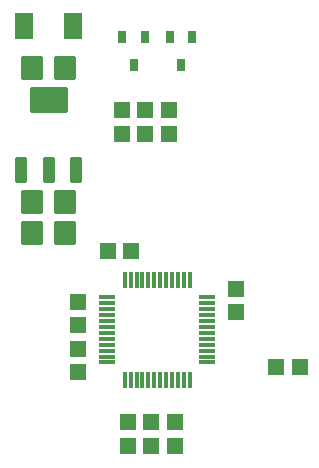
<source format=gtp>
G04*
G04 #@! TF.GenerationSoftware,Altium Limited,Altium Designer,22.3.1 (43)*
G04*
G04 Layer_Color=10066329*
%FSLAX42Y42*%
%MOMM*%
G71*
G04*
G04 #@! TF.SameCoordinates,DE2D453C-2018-43DC-BA3E-C0A36525B8C9*
G04*
G04*
G04 #@! TF.FilePolarity,Positive*
G04*
G01*
G75*
G04:AMPARAMS|DCode=13|XSize=1.4mm|YSize=1.4mm|CornerRadius=0.07mm|HoleSize=0mm|Usage=FLASHONLY|Rotation=270.000|XOffset=0mm|YOffset=0mm|HoleType=Round|Shape=RoundedRectangle|*
%AMROUNDEDRECTD13*
21,1,1.40,1.26,0,0,270.0*
21,1,1.26,1.40,0,0,270.0*
1,1,0.14,-0.63,-0.63*
1,1,0.14,-0.63,0.63*
1,1,0.14,0.63,0.63*
1,1,0.14,0.63,-0.63*
%
%ADD13ROUNDEDRECTD13*%
%ADD14R,1.45X0.30*%
%ADD15R,0.30X1.45*%
G04:AMPARAMS|DCode=16|XSize=1.4mm|YSize=1.4mm|CornerRadius=0.07mm|HoleSize=0mm|Usage=FLASHONLY|Rotation=0.000|XOffset=0mm|YOffset=0mm|HoleType=Round|Shape=RoundedRectangle|*
%AMROUNDEDRECTD16*
21,1,1.40,1.26,0,0,0.0*
21,1,1.26,1.40,0,0,0.0*
1,1,0.14,0.63,-0.63*
1,1,0.14,-0.63,-0.63*
1,1,0.14,-0.63,0.63*
1,1,0.14,0.63,0.63*
%
%ADD16ROUNDEDRECTD16*%
G04:AMPARAMS|DCode=17|XSize=2mm|YSize=1.8mm|CornerRadius=0.09mm|HoleSize=0mm|Usage=FLASHONLY|Rotation=90.000|XOffset=0mm|YOffset=0mm|HoleType=Round|Shape=RoundedRectangle|*
%AMROUNDEDRECTD17*
21,1,2.00,1.62,0,0,90.0*
21,1,1.82,1.80,0,0,90.0*
1,1,0.18,0.81,0.91*
1,1,0.18,0.81,-0.91*
1,1,0.18,-0.81,-0.91*
1,1,0.18,-0.81,0.91*
%
%ADD17ROUNDEDRECTD17*%
G04:AMPARAMS|DCode=18|XSize=3.25mm|YSize=2.15mm|CornerRadius=0.11mm|HoleSize=0mm|Usage=FLASHONLY|Rotation=180.000|XOffset=0mm|YOffset=0mm|HoleType=Round|Shape=RoundedRectangle|*
%AMROUNDEDRECTD18*
21,1,3.25,1.94,0,0,180.0*
21,1,3.04,2.15,0,0,180.0*
1,1,0.22,-1.52,0.97*
1,1,0.22,1.52,0.97*
1,1,0.22,1.52,-0.97*
1,1,0.22,-1.52,-0.97*
%
%ADD18ROUNDEDRECTD18*%
G04:AMPARAMS|DCode=19|XSize=1mm|YSize=2.15mm|CornerRadius=0.05mm|HoleSize=0mm|Usage=FLASHONLY|Rotation=180.000|XOffset=0mm|YOffset=0mm|HoleType=Round|Shape=RoundedRectangle|*
%AMROUNDEDRECTD19*
21,1,1.00,2.05,0,0,180.0*
21,1,0.90,2.15,0,0,180.0*
1,1,0.10,-0.45,1.02*
1,1,0.10,0.45,1.02*
1,1,0.10,0.45,-1.02*
1,1,0.10,-0.45,-1.02*
%
%ADD19ROUNDEDRECTD19*%
G04:AMPARAMS|DCode=20|XSize=2.2mm|YSize=1.6mm|CornerRadius=0.08mm|HoleSize=0mm|Usage=FLASHONLY|Rotation=270.000|XOffset=0mm|YOffset=0mm|HoleType=Round|Shape=RoundedRectangle|*
%AMROUNDEDRECTD20*
21,1,2.20,1.44,0,0,270.0*
21,1,2.04,1.60,0,0,270.0*
1,1,0.16,-0.72,-1.02*
1,1,0.16,-0.72,1.02*
1,1,0.16,0.72,1.02*
1,1,0.16,0.72,-1.02*
%
%ADD20ROUNDEDRECTD20*%
G04:AMPARAMS|DCode=21|XSize=0.6mm|YSize=1mm|CornerRadius=0.03mm|HoleSize=0mm|Usage=FLASHONLY|Rotation=0.000|XOffset=0mm|YOffset=0mm|HoleType=Round|Shape=RoundedRectangle|*
%AMROUNDEDRECTD21*
21,1,0.60,0.94,0,0,0.0*
21,1,0.54,1.00,0,0,0.0*
1,1,0.06,0.27,-0.47*
1,1,0.06,-0.27,-0.47*
1,1,0.06,-0.27,0.47*
1,1,0.06,0.27,0.47*
%
%ADD21ROUNDEDRECTD21*%
D13*
X1880Y3280D02*
D03*
X2080D02*
D03*
X2450Y1631D02*
D03*
X2250D02*
D03*
X2450Y1831D02*
D03*
X2250D02*
D03*
X3510Y2300D02*
D03*
X3310D02*
D03*
D14*
X1877Y2335D02*
D03*
Y2385D02*
D03*
Y2435D02*
D03*
Y2485D02*
D03*
Y2535D02*
D03*
Y2585D02*
D03*
Y2635D02*
D03*
Y2685D02*
D03*
Y2735D02*
D03*
Y2785D02*
D03*
Y2835D02*
D03*
Y2885D02*
D03*
X2723D02*
D03*
Y2835D02*
D03*
Y2785D02*
D03*
Y2735D02*
D03*
Y2685D02*
D03*
Y2635D02*
D03*
Y2585D02*
D03*
Y2535D02*
D03*
Y2485D02*
D03*
Y2435D02*
D03*
Y2385D02*
D03*
Y2335D02*
D03*
D15*
X2025Y3033D02*
D03*
X2075D02*
D03*
X2125D02*
D03*
X2175D02*
D03*
X2225D02*
D03*
X2275D02*
D03*
X2325D02*
D03*
X2375D02*
D03*
X2425D02*
D03*
X2475D02*
D03*
X2525D02*
D03*
X2575D02*
D03*
Y2188D02*
D03*
X2525D02*
D03*
X2475D02*
D03*
X2425D02*
D03*
X2375D02*
D03*
X2325D02*
D03*
X2275D02*
D03*
X2225D02*
D03*
X2175D02*
D03*
X2125D02*
D03*
X2075D02*
D03*
X2025D02*
D03*
D16*
X1630Y2650D02*
D03*
Y2850D02*
D03*
Y2250D02*
D03*
Y2450D02*
D03*
X2050Y1830D02*
D03*
Y1630D02*
D03*
X2970Y2960D02*
D03*
Y2760D02*
D03*
X2400Y4270D02*
D03*
Y4470D02*
D03*
X2200Y4270D02*
D03*
Y4470D02*
D03*
X2000Y4270D02*
D03*
Y4470D02*
D03*
D17*
X1240Y3690D02*
D03*
X1520D02*
D03*
X1240Y3430D02*
D03*
X1520D02*
D03*
X1240Y4830D02*
D03*
X1520D02*
D03*
D18*
X1380Y4553D02*
D03*
D19*
X1610Y3967D02*
D03*
X1380D02*
D03*
X1150D02*
D03*
D20*
X1590Y5180D02*
D03*
X1170D02*
D03*
D21*
X2100Y4850D02*
D03*
X2005Y5090D02*
D03*
X2195D02*
D03*
X2500Y4850D02*
D03*
X2405Y5090D02*
D03*
X2595D02*
D03*
M02*

</source>
